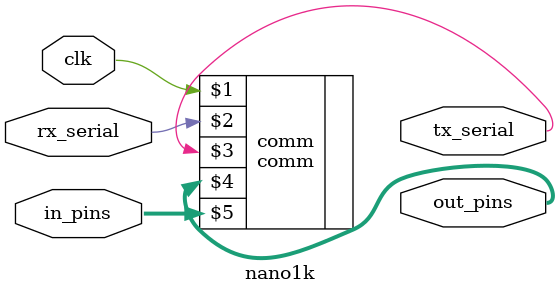
<source format=v>
module nano1k(input clk, input rx_serial, output tx_serial, output [3:0] out_pins, input [3:0] in_pins);

localparam freq = 27_000_000;
localparam baud = 9600;
localparam divider = freq / baud;

comm #(.CLOCK_PER_BIT(divider), .OUTPUT_COUNT(5), .INPUT_COUNT(5)) comm(clk, rx_serial, tx_serial, out_pins, in_pins);

endmodule

</source>
